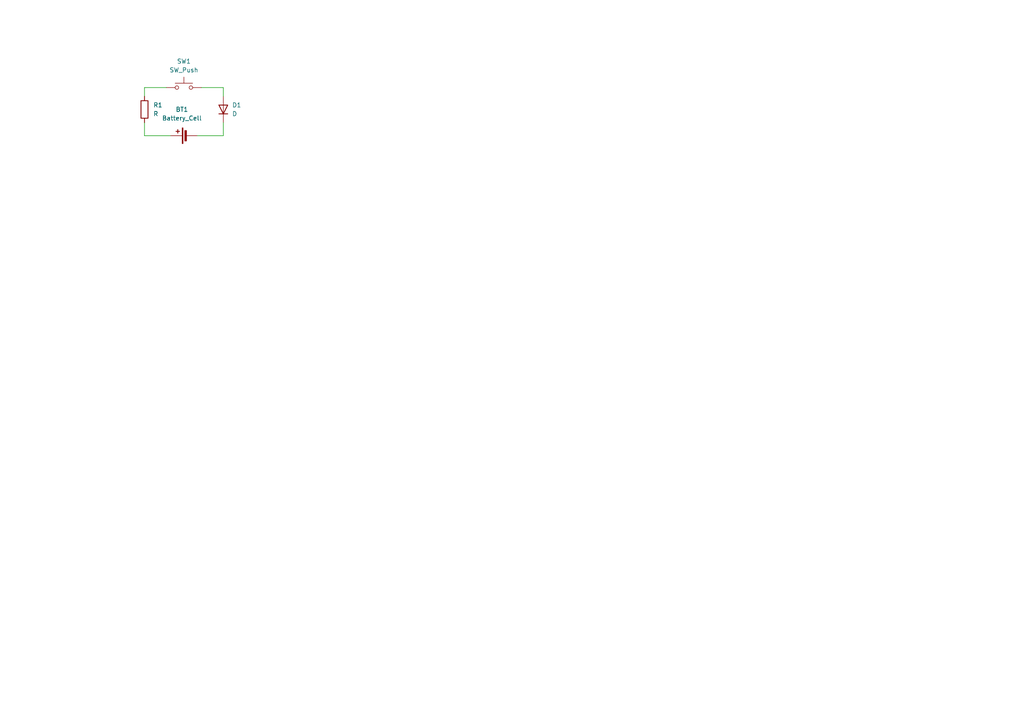
<source format=kicad_sch>
(kicad_sch (version 20231120) (generator "eeschema") (generator_version "8.0")
  (paper "A4")
  (title_block (title "MyFirstKiCAD - Ethan") (date "2024-10-07") (rev "1.0") (company "FormulaSlug"))
  (lib_symbols
    (symbol "Device:Battery_Cell" (pin_numbers hide) (pin_names (offset 0) hide)
      (property "Reference" "BT" (at 2.54 2.54 0))
      (property "Value" "Battery_Cell" (at 2.54 0 0))
      (symbol "Battery_Cell_0_1"
        (rectangle (start -2.286 1.778) (end 2.286 1.524) (fill (type outline)))
        (rectangle (start -1.524 1.016) (end 1.524 0.508) (fill (type outline)))
        (polyline (pts (xy 0 0.762) (xy 0 0)))
        (polyline (pts (xy 0 1.778) (xy 0 2.54)))
        (polyline (pts (xy 0.762 3.048) (xy 1.778 3.048)) (stroke (width 0.254)))
        (polyline (pts (xy 1.27 3.556) (xy 1.27 2.54)) (stroke (width 0.254)))
      )
      (symbol "Battery_Cell_1_1"
        (pin passive line (at 0 5.08 270) (length 2.54) (name "+") (number "1"))
        (pin passive line (at 0 -2.54 90) (length 2.54) (name "-") (number "2"))
      )
    )
    (symbol "Device:D" (pin_numbers hide) (pin_names (offset 1.016) hide)
      (property "Reference" "D" (at 0 2.54 0))
      (property "Value" "D" (at 0 -2.54 0))
      (symbol "D_0_1"
        (polyline (pts (xy -1.27 1.27) (xy -1.27 -1.27)) (stroke (width 0.254)))
        (polyline (pts (xy 1.27 0) (xy -1.27 0)))
        (polyline (pts (xy 1.27 1.27) (xy 1.27 -1.27) (xy -1.27 0) (xy 1.27 1.27)) (stroke (width 0.254)))
      )
      (symbol "D_1_1"
        (pin passive line (at -3.81 0 0) (length 2.54) (name "K") (number "1"))
        (pin passive line (at 3.81 0 180) (length 2.54) (name "A") (number "2"))
      )
    )
    (symbol "Device:R" (pin_numbers hide) (pin_names (offset 0))
      (property "Reference" "R" (at 2.032 0 90))
      (property "Value" "R" (at 0 0 90))
      (symbol "R_0_1"
        (rectangle (start -1.016 -2.54) (end 1.016 2.54) (stroke (width 0.254)))
      )
      (symbol "R_1_1"
        (pin passive line (at 0 3.81 270) (length 1.27) (name "~") (number "1"))
        (pin passive line (at 0 -3.81 90) (length 1.27) (name "~") (number "2"))
      )
    )
    (symbol "Switch:SW_Push" (pin_numbers hide) (pin_names (offset 1.016) hide)
      (property "Reference" "SW" (at 1.27 2.54 0))
      (property "Value" "SW_Push" (at 0 -1.524 0))
      (symbol "SW_Push_0_1"
        (circle (center -2.032 0) (radius 0.508))
        (polyline (pts (xy 0 1.27) (xy 0 3.048)))
        (polyline (pts (xy 2.54 1.27) (xy -2.54 1.27)))
        (circle (center 2.032 0) (radius 0.508))
        (pin passive line (at -5.08 0 0) (length 2.54) (name "1") (number "1"))
        (pin passive line (at 5.08 0 180) (length 2.54) (name "2") (number "2"))
      )
    )
  )
  (wire (pts (xy 57.15 39.37) (xy 64.77 39.37)))
  (wire (pts (xy 41.91 25.4) (xy 41.91 27.94)))
  (wire (pts (xy 41.91 35.56) (xy 41.91 39.37)))
  (wire (pts (xy 41.91 25.4) (xy 48.26 25.4)))
  (wire (pts (xy 64.77 35.56) (xy 64.77 39.37)))
  (wire (pts (xy 64.77 25.4) (xy 64.77 27.94)))
  (wire (pts (xy 41.91 39.37) (xy 49.53 39.37)))
  (wire (pts (xy 58.42 25.4) (xy 64.77 25.4)))
  (symbol (lib_id "Device:R") (at 41.91 31.75 0) (unit 1)
    (property "Reference" "R1" (at 44.45 30.4799 0) (effects (justify left)))
    (property "Value" "R" (at 44.45 33.0199 0) (effects (justify left)))
    (property "Footprint" "Resistor_SMD:R_0805_2012Metric_Pad1.20x1.40mm_HandSolder" (effects (hide yes)))
    (property "Description" "Resistor" (effects (hide yes)))
  )
  (symbol (lib_id "Switch:SW_Push") (at 53.34 25.4 0) (unit 1)
    (property "Reference" "SW1" (at 53.34 17.78 0))
    (property "Value" "SW_Push" (at 53.34 20.32 0))
    (property "Footprint" "Button_Switch_SMD:SW_MEC_5GSH9" (effects (hide yes)))
    (property "Description" "Push button switch, generic, two pins" (effects (hide yes)))
  )
  (symbol (lib_id "Device:D") (at 64.77 31.75 90) (unit 1)
    (property "Reference" "D1" (at 67.31 30.4799 90) (effects (justify right)))
    (property "Value" "D" (at 67.31 33.0199 90) (effects (justify right)))
    (property "Footprint" "LED_SMD:LED_0805_2012Metric_Pad1.15x1.40mm_HandSolder" (effects (hide yes)))
    (property "Description" "Diode" (effects (hide yes)))
    (property "Sim.Device" "D" (effects (hide yes)))
    (property "Sim.Pins" "1=K 2=A" (effects (hide yes)))
  )
  (symbol (lib_id "Device:Battery_Cell") (at 54.61 39.37 90) (unit 1)
    (property "Reference" "BT1" (at 52.7685 31.75 90))
    (property "Value" "Battery_Cell" (at 52.7685 34.29 90))
    (property "Footprint" "FS_3_Global_Footprint_Library:MS621FE-FL11E_SEC" (effects (hide yes)))
    (property "Description" "Single-cell battery" (effects (hide yes)))
  )
)
</source>
